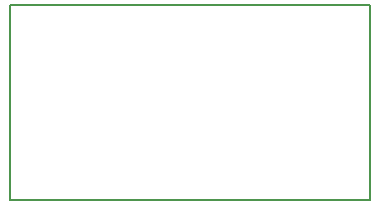
<source format=gm1>
G04 #@! TF.GenerationSoftware,KiCad,Pcbnew,(5.1.5)-3*
G04 #@! TF.CreationDate,2019-12-28T17:54:17-06:00*
G04 #@! TF.ProjectId,tymkrs_Cyphercon_2020_IRhack,74796d6b-7273-45f4-9379-70686572636f,V0*
G04 #@! TF.SameCoordinates,Original*
G04 #@! TF.FileFunction,Profile,NP*
%FSLAX46Y46*%
G04 Gerber Fmt 4.6, Leading zero omitted, Abs format (unit mm)*
G04 Created by KiCad (PCBNEW (5.1.5)-3) date 2019-12-28 17:54:17*
%MOMM*%
%LPD*%
G04 APERTURE LIST*
%ADD10C,0.150000*%
G04 APERTURE END LIST*
D10*
X135255000Y-74295000D02*
X135255000Y-90805000D01*
X165735000Y-74295000D02*
X135255000Y-74295000D01*
X165735000Y-90805000D02*
X165735000Y-74295000D01*
X135255000Y-90805000D02*
X165735000Y-90805000D01*
M02*

</source>
